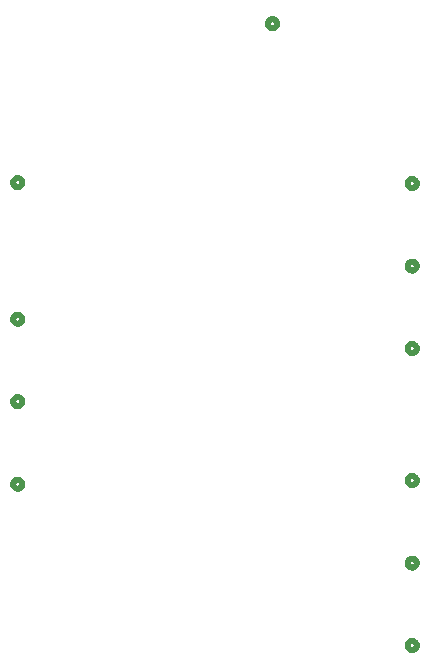
<source format=gbr>
G04 EAGLE Gerber RS-274X export*
G75*
%MOMM*%
%FSLAX34Y34*%
%LPD*%
%INSilkscreen Bottom*%
%IPPOS*%
%AMOC8*
5,1,8,0,0,1.08239X$1,22.5*%
G01*
%ADD10C,0.508000*%


D10*
X64770Y502666D02*
X64648Y502664D01*
X64526Y502658D01*
X64404Y502648D01*
X64283Y502635D01*
X64162Y502617D01*
X64042Y502596D01*
X63922Y502570D01*
X63804Y502541D01*
X63686Y502509D01*
X63569Y502472D01*
X63454Y502432D01*
X63340Y502388D01*
X63228Y502340D01*
X63117Y502289D01*
X63008Y502234D01*
X62900Y502176D01*
X62795Y502114D01*
X62692Y502049D01*
X62590Y501981D01*
X62491Y501909D01*
X62395Y501835D01*
X62300Y501757D01*
X62209Y501676D01*
X62119Y501593D01*
X62033Y501507D01*
X61950Y501417D01*
X61869Y501326D01*
X61791Y501231D01*
X61717Y501135D01*
X61645Y501036D01*
X61577Y500934D01*
X61512Y500831D01*
X61450Y500726D01*
X61392Y500618D01*
X61337Y500509D01*
X61286Y500398D01*
X61238Y500286D01*
X61194Y500172D01*
X61154Y500057D01*
X61117Y499940D01*
X61085Y499822D01*
X61056Y499704D01*
X61030Y499584D01*
X61009Y499464D01*
X60991Y499343D01*
X60978Y499222D01*
X60968Y499100D01*
X60962Y498978D01*
X60960Y498856D01*
X60962Y498734D01*
X60968Y498612D01*
X60978Y498490D01*
X60991Y498369D01*
X61009Y498248D01*
X61030Y498128D01*
X61056Y498008D01*
X61085Y497890D01*
X61117Y497772D01*
X61154Y497655D01*
X61194Y497540D01*
X61238Y497426D01*
X61286Y497314D01*
X61337Y497203D01*
X61392Y497094D01*
X61450Y496986D01*
X61512Y496881D01*
X61577Y496778D01*
X61645Y496676D01*
X61717Y496577D01*
X61791Y496481D01*
X61869Y496386D01*
X61950Y496295D01*
X62033Y496205D01*
X62119Y496119D01*
X62209Y496036D01*
X62300Y495955D01*
X62395Y495877D01*
X62491Y495803D01*
X62590Y495731D01*
X62692Y495663D01*
X62795Y495598D01*
X62900Y495536D01*
X63008Y495478D01*
X63117Y495423D01*
X63228Y495372D01*
X63340Y495324D01*
X63454Y495280D01*
X63569Y495240D01*
X63686Y495203D01*
X63804Y495171D01*
X63922Y495142D01*
X64042Y495116D01*
X64162Y495095D01*
X64283Y495077D01*
X64404Y495064D01*
X64526Y495054D01*
X64648Y495048D01*
X64770Y495046D01*
X64892Y495048D01*
X65014Y495054D01*
X65136Y495064D01*
X65257Y495077D01*
X65378Y495095D01*
X65498Y495116D01*
X65618Y495142D01*
X65736Y495171D01*
X65854Y495203D01*
X65971Y495240D01*
X66086Y495280D01*
X66200Y495324D01*
X66312Y495372D01*
X66423Y495423D01*
X66532Y495478D01*
X66640Y495536D01*
X66745Y495598D01*
X66848Y495663D01*
X66950Y495731D01*
X67049Y495803D01*
X67145Y495877D01*
X67240Y495955D01*
X67331Y496036D01*
X67421Y496119D01*
X67507Y496205D01*
X67590Y496295D01*
X67671Y496386D01*
X67749Y496481D01*
X67823Y496577D01*
X67895Y496676D01*
X67963Y496778D01*
X68028Y496881D01*
X68090Y496986D01*
X68148Y497094D01*
X68203Y497203D01*
X68254Y497314D01*
X68302Y497426D01*
X68346Y497540D01*
X68386Y497655D01*
X68423Y497772D01*
X68455Y497890D01*
X68484Y498008D01*
X68510Y498128D01*
X68531Y498248D01*
X68549Y498369D01*
X68562Y498490D01*
X68572Y498612D01*
X68578Y498734D01*
X68580Y498856D01*
X68578Y498978D01*
X68572Y499100D01*
X68562Y499222D01*
X68549Y499343D01*
X68531Y499464D01*
X68510Y499584D01*
X68484Y499704D01*
X68455Y499822D01*
X68423Y499940D01*
X68386Y500057D01*
X68346Y500172D01*
X68302Y500286D01*
X68254Y500398D01*
X68203Y500509D01*
X68148Y500618D01*
X68090Y500726D01*
X68028Y500831D01*
X67963Y500934D01*
X67895Y501036D01*
X67823Y501135D01*
X67749Y501231D01*
X67671Y501326D01*
X67590Y501417D01*
X67507Y501507D01*
X67421Y501593D01*
X67331Y501676D01*
X67240Y501757D01*
X67145Y501835D01*
X67049Y501909D01*
X66950Y501981D01*
X66848Y502049D01*
X66745Y502114D01*
X66640Y502176D01*
X66532Y502234D01*
X66423Y502289D01*
X66312Y502340D01*
X66200Y502388D01*
X66086Y502432D01*
X65971Y502472D01*
X65854Y502509D01*
X65736Y502541D01*
X65618Y502570D01*
X65498Y502596D01*
X65378Y502617D01*
X65257Y502635D01*
X65136Y502648D01*
X65014Y502658D01*
X64892Y502664D01*
X64770Y502666D01*
X64770Y387096D02*
X64648Y387094D01*
X64526Y387088D01*
X64404Y387078D01*
X64283Y387065D01*
X64162Y387047D01*
X64042Y387026D01*
X63922Y387000D01*
X63804Y386971D01*
X63686Y386939D01*
X63569Y386902D01*
X63454Y386862D01*
X63340Y386818D01*
X63228Y386770D01*
X63117Y386719D01*
X63008Y386664D01*
X62900Y386606D01*
X62795Y386544D01*
X62692Y386479D01*
X62590Y386411D01*
X62491Y386339D01*
X62395Y386265D01*
X62300Y386187D01*
X62209Y386106D01*
X62119Y386023D01*
X62033Y385937D01*
X61950Y385847D01*
X61869Y385756D01*
X61791Y385661D01*
X61717Y385565D01*
X61645Y385466D01*
X61577Y385364D01*
X61512Y385261D01*
X61450Y385156D01*
X61392Y385048D01*
X61337Y384939D01*
X61286Y384828D01*
X61238Y384716D01*
X61194Y384602D01*
X61154Y384487D01*
X61117Y384370D01*
X61085Y384252D01*
X61056Y384134D01*
X61030Y384014D01*
X61009Y383894D01*
X60991Y383773D01*
X60978Y383652D01*
X60968Y383530D01*
X60962Y383408D01*
X60960Y383286D01*
X60962Y383164D01*
X60968Y383042D01*
X60978Y382920D01*
X60991Y382799D01*
X61009Y382678D01*
X61030Y382558D01*
X61056Y382438D01*
X61085Y382320D01*
X61117Y382202D01*
X61154Y382085D01*
X61194Y381970D01*
X61238Y381856D01*
X61286Y381744D01*
X61337Y381633D01*
X61392Y381524D01*
X61450Y381416D01*
X61512Y381311D01*
X61577Y381208D01*
X61645Y381106D01*
X61717Y381007D01*
X61791Y380911D01*
X61869Y380816D01*
X61950Y380725D01*
X62033Y380635D01*
X62119Y380549D01*
X62209Y380466D01*
X62300Y380385D01*
X62395Y380307D01*
X62491Y380233D01*
X62590Y380161D01*
X62692Y380093D01*
X62795Y380028D01*
X62900Y379966D01*
X63008Y379908D01*
X63117Y379853D01*
X63228Y379802D01*
X63340Y379754D01*
X63454Y379710D01*
X63569Y379670D01*
X63686Y379633D01*
X63804Y379601D01*
X63922Y379572D01*
X64042Y379546D01*
X64162Y379525D01*
X64283Y379507D01*
X64404Y379494D01*
X64526Y379484D01*
X64648Y379478D01*
X64770Y379476D01*
X64892Y379478D01*
X65014Y379484D01*
X65136Y379494D01*
X65257Y379507D01*
X65378Y379525D01*
X65498Y379546D01*
X65618Y379572D01*
X65736Y379601D01*
X65854Y379633D01*
X65971Y379670D01*
X66086Y379710D01*
X66200Y379754D01*
X66312Y379802D01*
X66423Y379853D01*
X66532Y379908D01*
X66640Y379966D01*
X66745Y380028D01*
X66848Y380093D01*
X66950Y380161D01*
X67049Y380233D01*
X67145Y380307D01*
X67240Y380385D01*
X67331Y380466D01*
X67421Y380549D01*
X67507Y380635D01*
X67590Y380725D01*
X67671Y380816D01*
X67749Y380911D01*
X67823Y381007D01*
X67895Y381106D01*
X67963Y381208D01*
X68028Y381311D01*
X68090Y381416D01*
X68148Y381524D01*
X68203Y381633D01*
X68254Y381744D01*
X68302Y381856D01*
X68346Y381970D01*
X68386Y382085D01*
X68423Y382202D01*
X68455Y382320D01*
X68484Y382438D01*
X68510Y382558D01*
X68531Y382678D01*
X68549Y382799D01*
X68562Y382920D01*
X68572Y383042D01*
X68578Y383164D01*
X68580Y383286D01*
X68578Y383408D01*
X68572Y383530D01*
X68562Y383652D01*
X68549Y383773D01*
X68531Y383894D01*
X68510Y384014D01*
X68484Y384134D01*
X68455Y384252D01*
X68423Y384370D01*
X68386Y384487D01*
X68346Y384602D01*
X68302Y384716D01*
X68254Y384828D01*
X68203Y384939D01*
X68148Y385048D01*
X68090Y385156D01*
X68028Y385261D01*
X67963Y385364D01*
X67895Y385466D01*
X67823Y385565D01*
X67749Y385661D01*
X67671Y385756D01*
X67590Y385847D01*
X67507Y385937D01*
X67421Y386023D01*
X67331Y386106D01*
X67240Y386187D01*
X67145Y386265D01*
X67049Y386339D01*
X66950Y386411D01*
X66848Y386479D01*
X66745Y386544D01*
X66640Y386606D01*
X66532Y386664D01*
X66423Y386719D01*
X66312Y386770D01*
X66200Y386818D01*
X66086Y386862D01*
X65971Y386902D01*
X65854Y386939D01*
X65736Y386971D01*
X65618Y387000D01*
X65498Y387026D01*
X65378Y387047D01*
X65257Y387065D01*
X65136Y387078D01*
X65014Y387088D01*
X64892Y387094D01*
X64770Y387096D01*
X64770Y317246D02*
X64648Y317244D01*
X64526Y317238D01*
X64404Y317228D01*
X64283Y317215D01*
X64162Y317197D01*
X64042Y317176D01*
X63922Y317150D01*
X63804Y317121D01*
X63686Y317089D01*
X63569Y317052D01*
X63454Y317012D01*
X63340Y316968D01*
X63228Y316920D01*
X63117Y316869D01*
X63008Y316814D01*
X62900Y316756D01*
X62795Y316694D01*
X62692Y316629D01*
X62590Y316561D01*
X62491Y316489D01*
X62395Y316415D01*
X62300Y316337D01*
X62209Y316256D01*
X62119Y316173D01*
X62033Y316087D01*
X61950Y315997D01*
X61869Y315906D01*
X61791Y315811D01*
X61717Y315715D01*
X61645Y315616D01*
X61577Y315514D01*
X61512Y315411D01*
X61450Y315306D01*
X61392Y315198D01*
X61337Y315089D01*
X61286Y314978D01*
X61238Y314866D01*
X61194Y314752D01*
X61154Y314637D01*
X61117Y314520D01*
X61085Y314402D01*
X61056Y314284D01*
X61030Y314164D01*
X61009Y314044D01*
X60991Y313923D01*
X60978Y313802D01*
X60968Y313680D01*
X60962Y313558D01*
X60960Y313436D01*
X60962Y313314D01*
X60968Y313192D01*
X60978Y313070D01*
X60991Y312949D01*
X61009Y312828D01*
X61030Y312708D01*
X61056Y312588D01*
X61085Y312470D01*
X61117Y312352D01*
X61154Y312235D01*
X61194Y312120D01*
X61238Y312006D01*
X61286Y311894D01*
X61337Y311783D01*
X61392Y311674D01*
X61450Y311566D01*
X61512Y311461D01*
X61577Y311358D01*
X61645Y311256D01*
X61717Y311157D01*
X61791Y311061D01*
X61869Y310966D01*
X61950Y310875D01*
X62033Y310785D01*
X62119Y310699D01*
X62209Y310616D01*
X62300Y310535D01*
X62395Y310457D01*
X62491Y310383D01*
X62590Y310311D01*
X62692Y310243D01*
X62795Y310178D01*
X62900Y310116D01*
X63008Y310058D01*
X63117Y310003D01*
X63228Y309952D01*
X63340Y309904D01*
X63454Y309860D01*
X63569Y309820D01*
X63686Y309783D01*
X63804Y309751D01*
X63922Y309722D01*
X64042Y309696D01*
X64162Y309675D01*
X64283Y309657D01*
X64404Y309644D01*
X64526Y309634D01*
X64648Y309628D01*
X64770Y309626D01*
X64892Y309628D01*
X65014Y309634D01*
X65136Y309644D01*
X65257Y309657D01*
X65378Y309675D01*
X65498Y309696D01*
X65618Y309722D01*
X65736Y309751D01*
X65854Y309783D01*
X65971Y309820D01*
X66086Y309860D01*
X66200Y309904D01*
X66312Y309952D01*
X66423Y310003D01*
X66532Y310058D01*
X66640Y310116D01*
X66745Y310178D01*
X66848Y310243D01*
X66950Y310311D01*
X67049Y310383D01*
X67145Y310457D01*
X67240Y310535D01*
X67331Y310616D01*
X67421Y310699D01*
X67507Y310785D01*
X67590Y310875D01*
X67671Y310966D01*
X67749Y311061D01*
X67823Y311157D01*
X67895Y311256D01*
X67963Y311358D01*
X68028Y311461D01*
X68090Y311566D01*
X68148Y311674D01*
X68203Y311783D01*
X68254Y311894D01*
X68302Y312006D01*
X68346Y312120D01*
X68386Y312235D01*
X68423Y312352D01*
X68455Y312470D01*
X68484Y312588D01*
X68510Y312708D01*
X68531Y312828D01*
X68549Y312949D01*
X68562Y313070D01*
X68572Y313192D01*
X68578Y313314D01*
X68580Y313436D01*
X68578Y313558D01*
X68572Y313680D01*
X68562Y313802D01*
X68549Y313923D01*
X68531Y314044D01*
X68510Y314164D01*
X68484Y314284D01*
X68455Y314402D01*
X68423Y314520D01*
X68386Y314637D01*
X68346Y314752D01*
X68302Y314866D01*
X68254Y314978D01*
X68203Y315089D01*
X68148Y315198D01*
X68090Y315306D01*
X68028Y315411D01*
X67963Y315514D01*
X67895Y315616D01*
X67823Y315715D01*
X67749Y315811D01*
X67671Y315906D01*
X67590Y315997D01*
X67507Y316087D01*
X67421Y316173D01*
X67331Y316256D01*
X67240Y316337D01*
X67145Y316415D01*
X67049Y316489D01*
X66950Y316561D01*
X66848Y316629D01*
X66745Y316694D01*
X66640Y316756D01*
X66532Y316814D01*
X66423Y316869D01*
X66312Y316920D01*
X66200Y316968D01*
X66086Y317012D01*
X65971Y317052D01*
X65854Y317089D01*
X65736Y317121D01*
X65618Y317150D01*
X65498Y317176D01*
X65378Y317197D01*
X65257Y317215D01*
X65136Y317228D01*
X65014Y317238D01*
X64892Y317244D01*
X64770Y317246D01*
X398780Y180594D02*
X398902Y180592D01*
X399024Y180586D01*
X399146Y180576D01*
X399267Y180563D01*
X399388Y180545D01*
X399508Y180524D01*
X399628Y180498D01*
X399746Y180469D01*
X399864Y180437D01*
X399981Y180400D01*
X400096Y180360D01*
X400210Y180316D01*
X400322Y180268D01*
X400433Y180217D01*
X400542Y180162D01*
X400650Y180104D01*
X400755Y180042D01*
X400858Y179977D01*
X400960Y179909D01*
X401059Y179837D01*
X401155Y179763D01*
X401250Y179685D01*
X401341Y179604D01*
X401431Y179521D01*
X401517Y179435D01*
X401600Y179345D01*
X401681Y179254D01*
X401759Y179159D01*
X401833Y179063D01*
X401905Y178964D01*
X401973Y178862D01*
X402038Y178759D01*
X402100Y178654D01*
X402158Y178546D01*
X402213Y178437D01*
X402264Y178326D01*
X402312Y178214D01*
X402356Y178100D01*
X402396Y177985D01*
X402433Y177868D01*
X402465Y177750D01*
X402494Y177632D01*
X402520Y177512D01*
X402541Y177392D01*
X402559Y177271D01*
X402572Y177150D01*
X402582Y177028D01*
X402588Y176906D01*
X402590Y176784D01*
X402588Y176662D01*
X402582Y176540D01*
X402572Y176418D01*
X402559Y176297D01*
X402541Y176176D01*
X402520Y176056D01*
X402494Y175936D01*
X402465Y175818D01*
X402433Y175700D01*
X402396Y175583D01*
X402356Y175468D01*
X402312Y175354D01*
X402264Y175242D01*
X402213Y175131D01*
X402158Y175022D01*
X402100Y174914D01*
X402038Y174809D01*
X401973Y174706D01*
X401905Y174604D01*
X401833Y174505D01*
X401759Y174409D01*
X401681Y174314D01*
X401600Y174223D01*
X401517Y174133D01*
X401431Y174047D01*
X401341Y173964D01*
X401250Y173883D01*
X401155Y173805D01*
X401059Y173731D01*
X400960Y173659D01*
X400858Y173591D01*
X400755Y173526D01*
X400650Y173464D01*
X400542Y173406D01*
X400433Y173351D01*
X400322Y173300D01*
X400210Y173252D01*
X400096Y173208D01*
X399981Y173168D01*
X399864Y173131D01*
X399746Y173099D01*
X399628Y173070D01*
X399508Y173044D01*
X399388Y173023D01*
X399267Y173005D01*
X399146Y172992D01*
X399024Y172982D01*
X398902Y172976D01*
X398780Y172974D01*
X398658Y172976D01*
X398536Y172982D01*
X398414Y172992D01*
X398293Y173005D01*
X398172Y173023D01*
X398052Y173044D01*
X397932Y173070D01*
X397814Y173099D01*
X397696Y173131D01*
X397579Y173168D01*
X397464Y173208D01*
X397350Y173252D01*
X397238Y173300D01*
X397127Y173351D01*
X397018Y173406D01*
X396910Y173464D01*
X396805Y173526D01*
X396702Y173591D01*
X396600Y173659D01*
X396501Y173731D01*
X396405Y173805D01*
X396310Y173883D01*
X396219Y173964D01*
X396129Y174047D01*
X396043Y174133D01*
X395960Y174223D01*
X395879Y174314D01*
X395801Y174409D01*
X395727Y174505D01*
X395655Y174604D01*
X395587Y174706D01*
X395522Y174809D01*
X395460Y174914D01*
X395402Y175022D01*
X395347Y175131D01*
X395296Y175242D01*
X395248Y175354D01*
X395204Y175468D01*
X395164Y175583D01*
X395127Y175700D01*
X395095Y175818D01*
X395066Y175936D01*
X395040Y176056D01*
X395019Y176176D01*
X395001Y176297D01*
X394988Y176418D01*
X394978Y176540D01*
X394972Y176662D01*
X394970Y176784D01*
X394972Y176906D01*
X394978Y177028D01*
X394988Y177150D01*
X395001Y177271D01*
X395019Y177392D01*
X395040Y177512D01*
X395066Y177632D01*
X395095Y177750D01*
X395127Y177868D01*
X395164Y177985D01*
X395204Y178100D01*
X395248Y178214D01*
X395296Y178326D01*
X395347Y178437D01*
X395402Y178546D01*
X395460Y178654D01*
X395522Y178759D01*
X395587Y178862D01*
X395655Y178964D01*
X395727Y179063D01*
X395801Y179159D01*
X395879Y179254D01*
X395960Y179345D01*
X396043Y179435D01*
X396129Y179521D01*
X396219Y179604D01*
X396310Y179685D01*
X396405Y179763D01*
X396501Y179837D01*
X396600Y179909D01*
X396702Y179977D01*
X396805Y180042D01*
X396910Y180104D01*
X397018Y180162D01*
X397127Y180217D01*
X397238Y180268D01*
X397350Y180316D01*
X397464Y180360D01*
X397579Y180400D01*
X397696Y180437D01*
X397814Y180469D01*
X397932Y180498D01*
X398052Y180524D01*
X398172Y180545D01*
X398293Y180563D01*
X398414Y180576D01*
X398536Y180586D01*
X398658Y180592D01*
X398780Y180594D01*
X398780Y242824D02*
X398902Y242826D01*
X399024Y242832D01*
X399146Y242842D01*
X399267Y242855D01*
X399388Y242873D01*
X399508Y242894D01*
X399628Y242920D01*
X399746Y242949D01*
X399864Y242981D01*
X399981Y243018D01*
X400096Y243058D01*
X400210Y243102D01*
X400322Y243150D01*
X400433Y243201D01*
X400542Y243256D01*
X400650Y243314D01*
X400755Y243376D01*
X400858Y243441D01*
X400960Y243509D01*
X401059Y243581D01*
X401155Y243655D01*
X401250Y243733D01*
X401341Y243814D01*
X401431Y243897D01*
X401517Y243983D01*
X401600Y244073D01*
X401681Y244164D01*
X401759Y244259D01*
X401833Y244355D01*
X401905Y244454D01*
X401973Y244556D01*
X402038Y244659D01*
X402100Y244764D01*
X402158Y244872D01*
X402213Y244981D01*
X402264Y245092D01*
X402312Y245204D01*
X402356Y245318D01*
X402396Y245433D01*
X402433Y245550D01*
X402465Y245668D01*
X402494Y245786D01*
X402520Y245906D01*
X402541Y246026D01*
X402559Y246147D01*
X402572Y246268D01*
X402582Y246390D01*
X402588Y246512D01*
X402590Y246634D01*
X402588Y246756D01*
X402582Y246878D01*
X402572Y247000D01*
X402559Y247121D01*
X402541Y247242D01*
X402520Y247362D01*
X402494Y247482D01*
X402465Y247600D01*
X402433Y247718D01*
X402396Y247835D01*
X402356Y247950D01*
X402312Y248064D01*
X402264Y248176D01*
X402213Y248287D01*
X402158Y248396D01*
X402100Y248504D01*
X402038Y248609D01*
X401973Y248712D01*
X401905Y248814D01*
X401833Y248913D01*
X401759Y249009D01*
X401681Y249104D01*
X401600Y249195D01*
X401517Y249285D01*
X401431Y249371D01*
X401341Y249454D01*
X401250Y249535D01*
X401155Y249613D01*
X401059Y249687D01*
X400960Y249759D01*
X400858Y249827D01*
X400755Y249892D01*
X400650Y249954D01*
X400542Y250012D01*
X400433Y250067D01*
X400322Y250118D01*
X400210Y250166D01*
X400096Y250210D01*
X399981Y250250D01*
X399864Y250287D01*
X399746Y250319D01*
X399628Y250348D01*
X399508Y250374D01*
X399388Y250395D01*
X399267Y250413D01*
X399146Y250426D01*
X399024Y250436D01*
X398902Y250442D01*
X398780Y250444D01*
X398658Y250442D01*
X398536Y250436D01*
X398414Y250426D01*
X398293Y250413D01*
X398172Y250395D01*
X398052Y250374D01*
X397932Y250348D01*
X397814Y250319D01*
X397696Y250287D01*
X397579Y250250D01*
X397464Y250210D01*
X397350Y250166D01*
X397238Y250118D01*
X397127Y250067D01*
X397018Y250012D01*
X396910Y249954D01*
X396805Y249892D01*
X396702Y249827D01*
X396600Y249759D01*
X396501Y249687D01*
X396405Y249613D01*
X396310Y249535D01*
X396219Y249454D01*
X396129Y249371D01*
X396043Y249285D01*
X395960Y249195D01*
X395879Y249104D01*
X395801Y249009D01*
X395727Y248913D01*
X395655Y248814D01*
X395587Y248712D01*
X395522Y248609D01*
X395460Y248504D01*
X395402Y248396D01*
X395347Y248287D01*
X395296Y248176D01*
X395248Y248064D01*
X395204Y247950D01*
X395164Y247835D01*
X395127Y247718D01*
X395095Y247600D01*
X395066Y247482D01*
X395040Y247362D01*
X395019Y247242D01*
X395001Y247121D01*
X394988Y247000D01*
X394978Y246878D01*
X394972Y246756D01*
X394970Y246634D01*
X394972Y246512D01*
X394978Y246390D01*
X394988Y246268D01*
X395001Y246147D01*
X395019Y246026D01*
X395040Y245906D01*
X395066Y245786D01*
X395095Y245668D01*
X395127Y245550D01*
X395164Y245433D01*
X395204Y245318D01*
X395248Y245204D01*
X395296Y245092D01*
X395347Y244981D01*
X395402Y244872D01*
X395460Y244764D01*
X395522Y244659D01*
X395587Y244556D01*
X395655Y244454D01*
X395727Y244355D01*
X395801Y244259D01*
X395879Y244164D01*
X395960Y244073D01*
X396043Y243983D01*
X396129Y243897D01*
X396219Y243814D01*
X396310Y243733D01*
X396405Y243655D01*
X396501Y243581D01*
X396600Y243509D01*
X396702Y243441D01*
X396805Y243376D01*
X396910Y243314D01*
X397018Y243256D01*
X397127Y243201D01*
X397238Y243150D01*
X397350Y243102D01*
X397464Y243058D01*
X397579Y243018D01*
X397696Y242981D01*
X397814Y242949D01*
X397932Y242920D01*
X398052Y242894D01*
X398172Y242873D01*
X398293Y242855D01*
X398414Y242842D01*
X398536Y242832D01*
X398658Y242826D01*
X398780Y242824D01*
X398780Y354584D02*
X398902Y354586D01*
X399024Y354592D01*
X399146Y354602D01*
X399267Y354615D01*
X399388Y354633D01*
X399508Y354654D01*
X399628Y354680D01*
X399746Y354709D01*
X399864Y354741D01*
X399981Y354778D01*
X400096Y354818D01*
X400210Y354862D01*
X400322Y354910D01*
X400433Y354961D01*
X400542Y355016D01*
X400650Y355074D01*
X400755Y355136D01*
X400858Y355201D01*
X400960Y355269D01*
X401059Y355341D01*
X401155Y355415D01*
X401250Y355493D01*
X401341Y355574D01*
X401431Y355657D01*
X401517Y355743D01*
X401600Y355833D01*
X401681Y355924D01*
X401759Y356019D01*
X401833Y356115D01*
X401905Y356214D01*
X401973Y356316D01*
X402038Y356419D01*
X402100Y356524D01*
X402158Y356632D01*
X402213Y356741D01*
X402264Y356852D01*
X402312Y356964D01*
X402356Y357078D01*
X402396Y357193D01*
X402433Y357310D01*
X402465Y357428D01*
X402494Y357546D01*
X402520Y357666D01*
X402541Y357786D01*
X402559Y357907D01*
X402572Y358028D01*
X402582Y358150D01*
X402588Y358272D01*
X402590Y358394D01*
X402588Y358516D01*
X402582Y358638D01*
X402572Y358760D01*
X402559Y358881D01*
X402541Y359002D01*
X402520Y359122D01*
X402494Y359242D01*
X402465Y359360D01*
X402433Y359478D01*
X402396Y359595D01*
X402356Y359710D01*
X402312Y359824D01*
X402264Y359936D01*
X402213Y360047D01*
X402158Y360156D01*
X402100Y360264D01*
X402038Y360369D01*
X401973Y360472D01*
X401905Y360574D01*
X401833Y360673D01*
X401759Y360769D01*
X401681Y360864D01*
X401600Y360955D01*
X401517Y361045D01*
X401431Y361131D01*
X401341Y361214D01*
X401250Y361295D01*
X401155Y361373D01*
X401059Y361447D01*
X400960Y361519D01*
X400858Y361587D01*
X400755Y361652D01*
X400650Y361714D01*
X400542Y361772D01*
X400433Y361827D01*
X400322Y361878D01*
X400210Y361926D01*
X400096Y361970D01*
X399981Y362010D01*
X399864Y362047D01*
X399746Y362079D01*
X399628Y362108D01*
X399508Y362134D01*
X399388Y362155D01*
X399267Y362173D01*
X399146Y362186D01*
X399024Y362196D01*
X398902Y362202D01*
X398780Y362204D01*
X398658Y362202D01*
X398536Y362196D01*
X398414Y362186D01*
X398293Y362173D01*
X398172Y362155D01*
X398052Y362134D01*
X397932Y362108D01*
X397814Y362079D01*
X397696Y362047D01*
X397579Y362010D01*
X397464Y361970D01*
X397350Y361926D01*
X397238Y361878D01*
X397127Y361827D01*
X397018Y361772D01*
X396910Y361714D01*
X396805Y361652D01*
X396702Y361587D01*
X396600Y361519D01*
X396501Y361447D01*
X396405Y361373D01*
X396310Y361295D01*
X396219Y361214D01*
X396129Y361131D01*
X396043Y361045D01*
X395960Y360955D01*
X395879Y360864D01*
X395801Y360769D01*
X395727Y360673D01*
X395655Y360574D01*
X395587Y360472D01*
X395522Y360369D01*
X395460Y360264D01*
X395402Y360156D01*
X395347Y360047D01*
X395296Y359936D01*
X395248Y359824D01*
X395204Y359710D01*
X395164Y359595D01*
X395127Y359478D01*
X395095Y359360D01*
X395066Y359242D01*
X395040Y359122D01*
X395019Y359002D01*
X395001Y358881D01*
X394988Y358760D01*
X394978Y358638D01*
X394972Y358516D01*
X394970Y358394D01*
X394972Y358272D01*
X394978Y358150D01*
X394988Y358028D01*
X395001Y357907D01*
X395019Y357786D01*
X395040Y357666D01*
X395066Y357546D01*
X395095Y357428D01*
X395127Y357310D01*
X395164Y357193D01*
X395204Y357078D01*
X395248Y356964D01*
X395296Y356852D01*
X395347Y356741D01*
X395402Y356632D01*
X395460Y356524D01*
X395522Y356419D01*
X395587Y356316D01*
X395655Y356214D01*
X395727Y356115D01*
X395801Y356019D01*
X395879Y355924D01*
X395960Y355833D01*
X396043Y355743D01*
X396129Y355657D01*
X396219Y355574D01*
X396310Y355493D01*
X396405Y355415D01*
X396501Y355341D01*
X396600Y355269D01*
X396702Y355201D01*
X396805Y355136D01*
X396910Y355074D01*
X397018Y355016D01*
X397127Y354961D01*
X397238Y354910D01*
X397350Y354862D01*
X397464Y354818D01*
X397579Y354778D01*
X397696Y354741D01*
X397814Y354709D01*
X397932Y354680D01*
X398052Y354654D01*
X398172Y354633D01*
X398293Y354615D01*
X398414Y354602D01*
X398536Y354592D01*
X398658Y354586D01*
X398780Y354584D01*
X398780Y424434D02*
X398902Y424436D01*
X399024Y424442D01*
X399146Y424452D01*
X399267Y424465D01*
X399388Y424483D01*
X399508Y424504D01*
X399628Y424530D01*
X399746Y424559D01*
X399864Y424591D01*
X399981Y424628D01*
X400096Y424668D01*
X400210Y424712D01*
X400322Y424760D01*
X400433Y424811D01*
X400542Y424866D01*
X400650Y424924D01*
X400755Y424986D01*
X400858Y425051D01*
X400960Y425119D01*
X401059Y425191D01*
X401155Y425265D01*
X401250Y425343D01*
X401341Y425424D01*
X401431Y425507D01*
X401517Y425593D01*
X401600Y425683D01*
X401681Y425774D01*
X401759Y425869D01*
X401833Y425965D01*
X401905Y426064D01*
X401973Y426166D01*
X402038Y426269D01*
X402100Y426374D01*
X402158Y426482D01*
X402213Y426591D01*
X402264Y426702D01*
X402312Y426814D01*
X402356Y426928D01*
X402396Y427043D01*
X402433Y427160D01*
X402465Y427278D01*
X402494Y427396D01*
X402520Y427516D01*
X402541Y427636D01*
X402559Y427757D01*
X402572Y427878D01*
X402582Y428000D01*
X402588Y428122D01*
X402590Y428244D01*
X402588Y428366D01*
X402582Y428488D01*
X402572Y428610D01*
X402559Y428731D01*
X402541Y428852D01*
X402520Y428972D01*
X402494Y429092D01*
X402465Y429210D01*
X402433Y429328D01*
X402396Y429445D01*
X402356Y429560D01*
X402312Y429674D01*
X402264Y429786D01*
X402213Y429897D01*
X402158Y430006D01*
X402100Y430114D01*
X402038Y430219D01*
X401973Y430322D01*
X401905Y430424D01*
X401833Y430523D01*
X401759Y430619D01*
X401681Y430714D01*
X401600Y430805D01*
X401517Y430895D01*
X401431Y430981D01*
X401341Y431064D01*
X401250Y431145D01*
X401155Y431223D01*
X401059Y431297D01*
X400960Y431369D01*
X400858Y431437D01*
X400755Y431502D01*
X400650Y431564D01*
X400542Y431622D01*
X400433Y431677D01*
X400322Y431728D01*
X400210Y431776D01*
X400096Y431820D01*
X399981Y431860D01*
X399864Y431897D01*
X399746Y431929D01*
X399628Y431958D01*
X399508Y431984D01*
X399388Y432005D01*
X399267Y432023D01*
X399146Y432036D01*
X399024Y432046D01*
X398902Y432052D01*
X398780Y432054D01*
X398658Y432052D01*
X398536Y432046D01*
X398414Y432036D01*
X398293Y432023D01*
X398172Y432005D01*
X398052Y431984D01*
X397932Y431958D01*
X397814Y431929D01*
X397696Y431897D01*
X397579Y431860D01*
X397464Y431820D01*
X397350Y431776D01*
X397238Y431728D01*
X397127Y431677D01*
X397018Y431622D01*
X396910Y431564D01*
X396805Y431502D01*
X396702Y431437D01*
X396600Y431369D01*
X396501Y431297D01*
X396405Y431223D01*
X396310Y431145D01*
X396219Y431064D01*
X396129Y430981D01*
X396043Y430895D01*
X395960Y430805D01*
X395879Y430714D01*
X395801Y430619D01*
X395727Y430523D01*
X395655Y430424D01*
X395587Y430322D01*
X395522Y430219D01*
X395460Y430114D01*
X395402Y430006D01*
X395347Y429897D01*
X395296Y429786D01*
X395248Y429674D01*
X395204Y429560D01*
X395164Y429445D01*
X395127Y429328D01*
X395095Y429210D01*
X395066Y429092D01*
X395040Y428972D01*
X395019Y428852D01*
X395001Y428731D01*
X394988Y428610D01*
X394978Y428488D01*
X394972Y428366D01*
X394970Y428244D01*
X394972Y428122D01*
X394978Y428000D01*
X394988Y427878D01*
X395001Y427757D01*
X395019Y427636D01*
X395040Y427516D01*
X395066Y427396D01*
X395095Y427278D01*
X395127Y427160D01*
X395164Y427043D01*
X395204Y426928D01*
X395248Y426814D01*
X395296Y426702D01*
X395347Y426591D01*
X395402Y426482D01*
X395460Y426374D01*
X395522Y426269D01*
X395587Y426166D01*
X395655Y426064D01*
X395727Y425965D01*
X395801Y425869D01*
X395879Y425774D01*
X395960Y425683D01*
X396043Y425593D01*
X396129Y425507D01*
X396219Y425424D01*
X396310Y425343D01*
X396405Y425265D01*
X396501Y425191D01*
X396600Y425119D01*
X396702Y425051D01*
X396805Y424986D01*
X396910Y424924D01*
X397018Y424866D01*
X397127Y424811D01*
X397238Y424760D01*
X397350Y424712D01*
X397464Y424668D01*
X397579Y424628D01*
X397696Y424591D01*
X397814Y424559D01*
X397932Y424530D01*
X398052Y424504D01*
X398172Y424483D01*
X398293Y424465D01*
X398414Y424452D01*
X398536Y424442D01*
X398658Y424436D01*
X398780Y424434D01*
X398780Y494284D02*
X398902Y494286D01*
X399024Y494292D01*
X399146Y494302D01*
X399267Y494315D01*
X399388Y494333D01*
X399508Y494354D01*
X399628Y494380D01*
X399746Y494409D01*
X399864Y494441D01*
X399981Y494478D01*
X400096Y494518D01*
X400210Y494562D01*
X400322Y494610D01*
X400433Y494661D01*
X400542Y494716D01*
X400650Y494774D01*
X400755Y494836D01*
X400858Y494901D01*
X400960Y494969D01*
X401059Y495041D01*
X401155Y495115D01*
X401250Y495193D01*
X401341Y495274D01*
X401431Y495357D01*
X401517Y495443D01*
X401600Y495533D01*
X401681Y495624D01*
X401759Y495719D01*
X401833Y495815D01*
X401905Y495914D01*
X401973Y496016D01*
X402038Y496119D01*
X402100Y496224D01*
X402158Y496332D01*
X402213Y496441D01*
X402264Y496552D01*
X402312Y496664D01*
X402356Y496778D01*
X402396Y496893D01*
X402433Y497010D01*
X402465Y497128D01*
X402494Y497246D01*
X402520Y497366D01*
X402541Y497486D01*
X402559Y497607D01*
X402572Y497728D01*
X402582Y497850D01*
X402588Y497972D01*
X402590Y498094D01*
X402588Y498216D01*
X402582Y498338D01*
X402572Y498460D01*
X402559Y498581D01*
X402541Y498702D01*
X402520Y498822D01*
X402494Y498942D01*
X402465Y499060D01*
X402433Y499178D01*
X402396Y499295D01*
X402356Y499410D01*
X402312Y499524D01*
X402264Y499636D01*
X402213Y499747D01*
X402158Y499856D01*
X402100Y499964D01*
X402038Y500069D01*
X401973Y500172D01*
X401905Y500274D01*
X401833Y500373D01*
X401759Y500469D01*
X401681Y500564D01*
X401600Y500655D01*
X401517Y500745D01*
X401431Y500831D01*
X401341Y500914D01*
X401250Y500995D01*
X401155Y501073D01*
X401059Y501147D01*
X400960Y501219D01*
X400858Y501287D01*
X400755Y501352D01*
X400650Y501414D01*
X400542Y501472D01*
X400433Y501527D01*
X400322Y501578D01*
X400210Y501626D01*
X400096Y501670D01*
X399981Y501710D01*
X399864Y501747D01*
X399746Y501779D01*
X399628Y501808D01*
X399508Y501834D01*
X399388Y501855D01*
X399267Y501873D01*
X399146Y501886D01*
X399024Y501896D01*
X398902Y501902D01*
X398780Y501904D01*
X398658Y501902D01*
X398536Y501896D01*
X398414Y501886D01*
X398293Y501873D01*
X398172Y501855D01*
X398052Y501834D01*
X397932Y501808D01*
X397814Y501779D01*
X397696Y501747D01*
X397579Y501710D01*
X397464Y501670D01*
X397350Y501626D01*
X397238Y501578D01*
X397127Y501527D01*
X397018Y501472D01*
X396910Y501414D01*
X396805Y501352D01*
X396702Y501287D01*
X396600Y501219D01*
X396501Y501147D01*
X396405Y501073D01*
X396310Y500995D01*
X396219Y500914D01*
X396129Y500831D01*
X396043Y500745D01*
X395960Y500655D01*
X395879Y500564D01*
X395801Y500469D01*
X395727Y500373D01*
X395655Y500274D01*
X395587Y500172D01*
X395522Y500069D01*
X395460Y499964D01*
X395402Y499856D01*
X395347Y499747D01*
X395296Y499636D01*
X395248Y499524D01*
X395204Y499410D01*
X395164Y499295D01*
X395127Y499178D01*
X395095Y499060D01*
X395066Y498942D01*
X395040Y498822D01*
X395019Y498702D01*
X395001Y498581D01*
X394988Y498460D01*
X394978Y498338D01*
X394972Y498216D01*
X394970Y498094D01*
X394972Y497972D01*
X394978Y497850D01*
X394988Y497728D01*
X395001Y497607D01*
X395019Y497486D01*
X395040Y497366D01*
X395066Y497246D01*
X395095Y497128D01*
X395127Y497010D01*
X395164Y496893D01*
X395204Y496778D01*
X395248Y496664D01*
X395296Y496552D01*
X395347Y496441D01*
X395402Y496332D01*
X395460Y496224D01*
X395522Y496119D01*
X395587Y496016D01*
X395655Y495914D01*
X395727Y495815D01*
X395801Y495719D01*
X395879Y495624D01*
X395960Y495533D01*
X396043Y495443D01*
X396129Y495357D01*
X396219Y495274D01*
X396310Y495193D01*
X396405Y495115D01*
X396501Y495041D01*
X396600Y494969D01*
X396702Y494901D01*
X396805Y494836D01*
X396910Y494774D01*
X397018Y494716D01*
X397127Y494661D01*
X397238Y494610D01*
X397350Y494562D01*
X397464Y494518D01*
X397579Y494478D01*
X397696Y494441D01*
X397814Y494409D01*
X397932Y494380D01*
X398052Y494354D01*
X398172Y494333D01*
X398293Y494315D01*
X398414Y494302D01*
X398536Y494292D01*
X398658Y494286D01*
X398780Y494284D01*
X284226Y633440D02*
X284224Y633562D01*
X284218Y633684D01*
X284208Y633806D01*
X284195Y633927D01*
X284177Y634048D01*
X284156Y634168D01*
X284130Y634288D01*
X284101Y634406D01*
X284069Y634524D01*
X284032Y634641D01*
X283992Y634756D01*
X283948Y634870D01*
X283900Y634982D01*
X283849Y635093D01*
X283794Y635202D01*
X283736Y635310D01*
X283674Y635415D01*
X283609Y635518D01*
X283541Y635620D01*
X283469Y635719D01*
X283395Y635815D01*
X283317Y635910D01*
X283236Y636001D01*
X283153Y636091D01*
X283067Y636177D01*
X282977Y636260D01*
X282886Y636341D01*
X282791Y636419D01*
X282695Y636493D01*
X282596Y636565D01*
X282494Y636633D01*
X282391Y636698D01*
X282286Y636760D01*
X282178Y636818D01*
X282069Y636873D01*
X281958Y636924D01*
X281846Y636972D01*
X281732Y637016D01*
X281617Y637056D01*
X281500Y637093D01*
X281382Y637125D01*
X281264Y637154D01*
X281144Y637180D01*
X281024Y637201D01*
X280903Y637219D01*
X280782Y637232D01*
X280660Y637242D01*
X280538Y637248D01*
X280416Y637250D01*
X280294Y637248D01*
X280172Y637242D01*
X280050Y637232D01*
X279929Y637219D01*
X279808Y637201D01*
X279688Y637180D01*
X279568Y637154D01*
X279450Y637125D01*
X279332Y637093D01*
X279215Y637056D01*
X279100Y637016D01*
X278986Y636972D01*
X278874Y636924D01*
X278763Y636873D01*
X278654Y636818D01*
X278546Y636760D01*
X278441Y636698D01*
X278338Y636633D01*
X278236Y636565D01*
X278137Y636493D01*
X278041Y636419D01*
X277946Y636341D01*
X277855Y636260D01*
X277765Y636177D01*
X277679Y636091D01*
X277596Y636001D01*
X277515Y635910D01*
X277437Y635815D01*
X277363Y635719D01*
X277291Y635620D01*
X277223Y635518D01*
X277158Y635415D01*
X277096Y635310D01*
X277038Y635202D01*
X276983Y635093D01*
X276932Y634982D01*
X276884Y634870D01*
X276840Y634756D01*
X276800Y634641D01*
X276763Y634524D01*
X276731Y634406D01*
X276702Y634288D01*
X276676Y634168D01*
X276655Y634048D01*
X276637Y633927D01*
X276624Y633806D01*
X276614Y633684D01*
X276608Y633562D01*
X276606Y633440D01*
X276608Y633318D01*
X276614Y633196D01*
X276624Y633074D01*
X276637Y632953D01*
X276655Y632832D01*
X276676Y632712D01*
X276702Y632592D01*
X276731Y632474D01*
X276763Y632356D01*
X276800Y632239D01*
X276840Y632124D01*
X276884Y632010D01*
X276932Y631898D01*
X276983Y631787D01*
X277038Y631678D01*
X277096Y631570D01*
X277158Y631465D01*
X277223Y631362D01*
X277291Y631260D01*
X277363Y631161D01*
X277437Y631065D01*
X277515Y630970D01*
X277596Y630879D01*
X277679Y630789D01*
X277765Y630703D01*
X277855Y630620D01*
X277946Y630539D01*
X278041Y630461D01*
X278137Y630387D01*
X278236Y630315D01*
X278338Y630247D01*
X278441Y630182D01*
X278546Y630120D01*
X278654Y630062D01*
X278763Y630007D01*
X278874Y629956D01*
X278986Y629908D01*
X279100Y629864D01*
X279215Y629824D01*
X279332Y629787D01*
X279450Y629755D01*
X279568Y629726D01*
X279688Y629700D01*
X279808Y629679D01*
X279929Y629661D01*
X280050Y629648D01*
X280172Y629638D01*
X280294Y629632D01*
X280416Y629630D01*
X280538Y629632D01*
X280660Y629638D01*
X280782Y629648D01*
X280903Y629661D01*
X281024Y629679D01*
X281144Y629700D01*
X281264Y629726D01*
X281382Y629755D01*
X281500Y629787D01*
X281617Y629824D01*
X281732Y629864D01*
X281846Y629908D01*
X281958Y629956D01*
X282069Y630007D01*
X282178Y630062D01*
X282286Y630120D01*
X282391Y630182D01*
X282494Y630247D01*
X282596Y630315D01*
X282695Y630387D01*
X282791Y630461D01*
X282886Y630539D01*
X282977Y630620D01*
X283067Y630703D01*
X283153Y630789D01*
X283236Y630879D01*
X283317Y630970D01*
X283395Y631065D01*
X283469Y631161D01*
X283541Y631260D01*
X283609Y631362D01*
X283674Y631465D01*
X283736Y631570D01*
X283794Y631678D01*
X283849Y631787D01*
X283900Y631898D01*
X283948Y632010D01*
X283992Y632124D01*
X284032Y632239D01*
X284069Y632356D01*
X284101Y632474D01*
X284130Y632592D01*
X284156Y632712D01*
X284177Y632832D01*
X284195Y632953D01*
X284208Y633074D01*
X284218Y633196D01*
X284224Y633318D01*
X284226Y633440D01*
X64770Y247396D02*
X64648Y247394D01*
X64526Y247388D01*
X64404Y247378D01*
X64283Y247365D01*
X64162Y247347D01*
X64042Y247326D01*
X63922Y247300D01*
X63804Y247271D01*
X63686Y247239D01*
X63569Y247202D01*
X63454Y247162D01*
X63340Y247118D01*
X63228Y247070D01*
X63117Y247019D01*
X63008Y246964D01*
X62900Y246906D01*
X62795Y246844D01*
X62692Y246779D01*
X62590Y246711D01*
X62491Y246639D01*
X62395Y246565D01*
X62300Y246487D01*
X62209Y246406D01*
X62119Y246323D01*
X62033Y246237D01*
X61950Y246147D01*
X61869Y246056D01*
X61791Y245961D01*
X61717Y245865D01*
X61645Y245766D01*
X61577Y245664D01*
X61512Y245561D01*
X61450Y245456D01*
X61392Y245348D01*
X61337Y245239D01*
X61286Y245128D01*
X61238Y245016D01*
X61194Y244902D01*
X61154Y244787D01*
X61117Y244670D01*
X61085Y244552D01*
X61056Y244434D01*
X61030Y244314D01*
X61009Y244194D01*
X60991Y244073D01*
X60978Y243952D01*
X60968Y243830D01*
X60962Y243708D01*
X60960Y243586D01*
X60962Y243464D01*
X60968Y243342D01*
X60978Y243220D01*
X60991Y243099D01*
X61009Y242978D01*
X61030Y242858D01*
X61056Y242738D01*
X61085Y242620D01*
X61117Y242502D01*
X61154Y242385D01*
X61194Y242270D01*
X61238Y242156D01*
X61286Y242044D01*
X61337Y241933D01*
X61392Y241824D01*
X61450Y241716D01*
X61512Y241611D01*
X61577Y241508D01*
X61645Y241406D01*
X61717Y241307D01*
X61791Y241211D01*
X61869Y241116D01*
X61950Y241025D01*
X62033Y240935D01*
X62119Y240849D01*
X62209Y240766D01*
X62300Y240685D01*
X62395Y240607D01*
X62491Y240533D01*
X62590Y240461D01*
X62692Y240393D01*
X62795Y240328D01*
X62900Y240266D01*
X63008Y240208D01*
X63117Y240153D01*
X63228Y240102D01*
X63340Y240054D01*
X63454Y240010D01*
X63569Y239970D01*
X63686Y239933D01*
X63804Y239901D01*
X63922Y239872D01*
X64042Y239846D01*
X64162Y239825D01*
X64283Y239807D01*
X64404Y239794D01*
X64526Y239784D01*
X64648Y239778D01*
X64770Y239776D01*
X64892Y239778D01*
X65014Y239784D01*
X65136Y239794D01*
X65257Y239807D01*
X65378Y239825D01*
X65498Y239846D01*
X65618Y239872D01*
X65736Y239901D01*
X65854Y239933D01*
X65971Y239970D01*
X66086Y240010D01*
X66200Y240054D01*
X66312Y240102D01*
X66423Y240153D01*
X66532Y240208D01*
X66640Y240266D01*
X66745Y240328D01*
X66848Y240393D01*
X66950Y240461D01*
X67049Y240533D01*
X67145Y240607D01*
X67240Y240685D01*
X67331Y240766D01*
X67421Y240849D01*
X67507Y240935D01*
X67590Y241025D01*
X67671Y241116D01*
X67749Y241211D01*
X67823Y241307D01*
X67895Y241406D01*
X67963Y241508D01*
X68028Y241611D01*
X68090Y241716D01*
X68148Y241824D01*
X68203Y241933D01*
X68254Y242044D01*
X68302Y242156D01*
X68346Y242270D01*
X68386Y242385D01*
X68423Y242502D01*
X68455Y242620D01*
X68484Y242738D01*
X68510Y242858D01*
X68531Y242978D01*
X68549Y243099D01*
X68562Y243220D01*
X68572Y243342D01*
X68578Y243464D01*
X68580Y243586D01*
X68578Y243708D01*
X68572Y243830D01*
X68562Y243952D01*
X68549Y244073D01*
X68531Y244194D01*
X68510Y244314D01*
X68484Y244434D01*
X68455Y244552D01*
X68423Y244670D01*
X68386Y244787D01*
X68346Y244902D01*
X68302Y245016D01*
X68254Y245128D01*
X68203Y245239D01*
X68148Y245348D01*
X68090Y245456D01*
X68028Y245561D01*
X67963Y245664D01*
X67895Y245766D01*
X67823Y245865D01*
X67749Y245961D01*
X67671Y246056D01*
X67590Y246147D01*
X67507Y246237D01*
X67421Y246323D01*
X67331Y246406D01*
X67240Y246487D01*
X67145Y246565D01*
X67049Y246639D01*
X66950Y246711D01*
X66848Y246779D01*
X66745Y246844D01*
X66640Y246906D01*
X66532Y246964D01*
X66423Y247019D01*
X66312Y247070D01*
X66200Y247118D01*
X66086Y247162D01*
X65971Y247202D01*
X65854Y247239D01*
X65736Y247271D01*
X65618Y247300D01*
X65498Y247326D01*
X65378Y247347D01*
X65257Y247365D01*
X65136Y247378D01*
X65014Y247388D01*
X64892Y247394D01*
X64770Y247396D01*
X398780Y110744D02*
X398902Y110742D01*
X399024Y110736D01*
X399146Y110726D01*
X399267Y110713D01*
X399388Y110695D01*
X399508Y110674D01*
X399628Y110648D01*
X399746Y110619D01*
X399864Y110587D01*
X399981Y110550D01*
X400096Y110510D01*
X400210Y110466D01*
X400322Y110418D01*
X400433Y110367D01*
X400542Y110312D01*
X400650Y110254D01*
X400755Y110192D01*
X400858Y110127D01*
X400960Y110059D01*
X401059Y109987D01*
X401155Y109913D01*
X401250Y109835D01*
X401341Y109754D01*
X401431Y109671D01*
X401517Y109585D01*
X401600Y109495D01*
X401681Y109404D01*
X401759Y109309D01*
X401833Y109213D01*
X401905Y109114D01*
X401973Y109012D01*
X402038Y108909D01*
X402100Y108804D01*
X402158Y108696D01*
X402213Y108587D01*
X402264Y108476D01*
X402312Y108364D01*
X402356Y108250D01*
X402396Y108135D01*
X402433Y108018D01*
X402465Y107900D01*
X402494Y107782D01*
X402520Y107662D01*
X402541Y107542D01*
X402559Y107421D01*
X402572Y107300D01*
X402582Y107178D01*
X402588Y107056D01*
X402590Y106934D01*
X402588Y106812D01*
X402582Y106690D01*
X402572Y106568D01*
X402559Y106447D01*
X402541Y106326D01*
X402520Y106206D01*
X402494Y106086D01*
X402465Y105968D01*
X402433Y105850D01*
X402396Y105733D01*
X402356Y105618D01*
X402312Y105504D01*
X402264Y105392D01*
X402213Y105281D01*
X402158Y105172D01*
X402100Y105064D01*
X402038Y104959D01*
X401973Y104856D01*
X401905Y104754D01*
X401833Y104655D01*
X401759Y104559D01*
X401681Y104464D01*
X401600Y104373D01*
X401517Y104283D01*
X401431Y104197D01*
X401341Y104114D01*
X401250Y104033D01*
X401155Y103955D01*
X401059Y103881D01*
X400960Y103809D01*
X400858Y103741D01*
X400755Y103676D01*
X400650Y103614D01*
X400542Y103556D01*
X400433Y103501D01*
X400322Y103450D01*
X400210Y103402D01*
X400096Y103358D01*
X399981Y103318D01*
X399864Y103281D01*
X399746Y103249D01*
X399628Y103220D01*
X399508Y103194D01*
X399388Y103173D01*
X399267Y103155D01*
X399146Y103142D01*
X399024Y103132D01*
X398902Y103126D01*
X398780Y103124D01*
X398658Y103126D01*
X398536Y103132D01*
X398414Y103142D01*
X398293Y103155D01*
X398172Y103173D01*
X398052Y103194D01*
X397932Y103220D01*
X397814Y103249D01*
X397696Y103281D01*
X397579Y103318D01*
X397464Y103358D01*
X397350Y103402D01*
X397238Y103450D01*
X397127Y103501D01*
X397018Y103556D01*
X396910Y103614D01*
X396805Y103676D01*
X396702Y103741D01*
X396600Y103809D01*
X396501Y103881D01*
X396405Y103955D01*
X396310Y104033D01*
X396219Y104114D01*
X396129Y104197D01*
X396043Y104283D01*
X395960Y104373D01*
X395879Y104464D01*
X395801Y104559D01*
X395727Y104655D01*
X395655Y104754D01*
X395587Y104856D01*
X395522Y104959D01*
X395460Y105064D01*
X395402Y105172D01*
X395347Y105281D01*
X395296Y105392D01*
X395248Y105504D01*
X395204Y105618D01*
X395164Y105733D01*
X395127Y105850D01*
X395095Y105968D01*
X395066Y106086D01*
X395040Y106206D01*
X395019Y106326D01*
X395001Y106447D01*
X394988Y106568D01*
X394978Y106690D01*
X394972Y106812D01*
X394970Y106934D01*
X394972Y107056D01*
X394978Y107178D01*
X394988Y107300D01*
X395001Y107421D01*
X395019Y107542D01*
X395040Y107662D01*
X395066Y107782D01*
X395095Y107900D01*
X395127Y108018D01*
X395164Y108135D01*
X395204Y108250D01*
X395248Y108364D01*
X395296Y108476D01*
X395347Y108587D01*
X395402Y108696D01*
X395460Y108804D01*
X395522Y108909D01*
X395587Y109012D01*
X395655Y109114D01*
X395727Y109213D01*
X395801Y109309D01*
X395879Y109404D01*
X395960Y109495D01*
X396043Y109585D01*
X396129Y109671D01*
X396219Y109754D01*
X396310Y109835D01*
X396405Y109913D01*
X396501Y109987D01*
X396600Y110059D01*
X396702Y110127D01*
X396805Y110192D01*
X396910Y110254D01*
X397018Y110312D01*
X397127Y110367D01*
X397238Y110418D01*
X397350Y110466D01*
X397464Y110510D01*
X397579Y110550D01*
X397696Y110587D01*
X397814Y110619D01*
X397932Y110648D01*
X398052Y110674D01*
X398172Y110695D01*
X398293Y110713D01*
X398414Y110726D01*
X398536Y110736D01*
X398658Y110742D01*
X398780Y110744D01*
M02*

</source>
